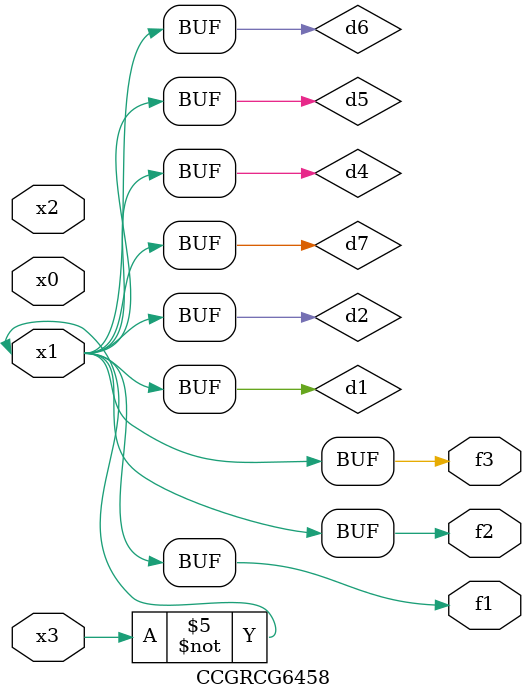
<source format=v>
module CCGRCG6458(
	input x0, x1, x2, x3,
	output f1, f2, f3
);

	wire d1, d2, d3, d4, d5, d6, d7;

	not (d1, x3);
	buf (d2, x1);
	xnor (d3, d1, d2);
	nor (d4, d1);
	buf (d5, d1, d2);
	buf (d6, d4, d5);
	nand (d7, d4);
	assign f1 = d6;
	assign f2 = d7;
	assign f3 = d6;
endmodule

</source>
